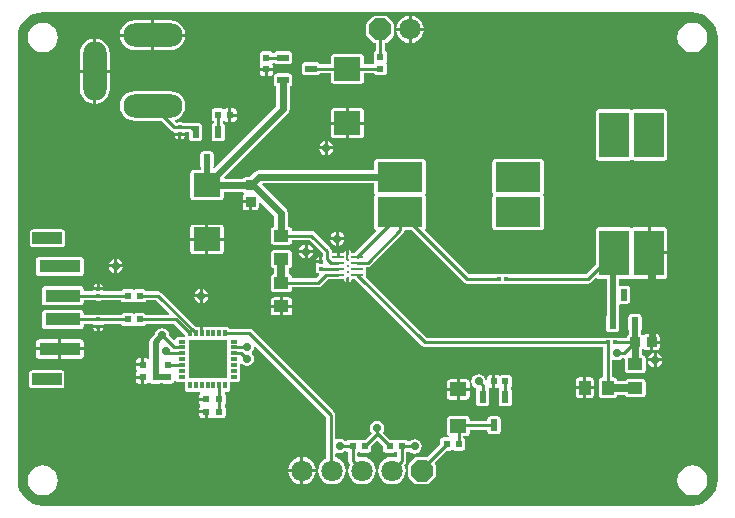
<source format=gtl>
G04 Layer_Physical_Order=1*
G04 Layer_Color=255*
%FSLAX43Y43*%
%MOMM*%
G71*
G01*
G75*
%ADD10R,0.600X0.600*%
%ADD11R,0.600X1.000*%
%ADD12R,1.400X1.200*%
%ADD13R,3.250X3.250*%
%ADD14R,0.600X0.300*%
%ADD15R,0.300X0.600*%
%ADD16R,0.600X0.600*%
%ADD17R,1.250X1.000*%
%ADD18R,1.000X1.250*%
%ADD19R,0.300X0.300*%
%ADD20R,2.500X3.850*%
%ADD21R,0.850X0.850*%
%ADD22R,3.850X2.500*%
%ADD23R,0.300X0.300*%
%ADD24R,0.120X2.200*%
%ADD25R,1.000X0.200*%
%ADD26R,1.000X0.600*%
%ADD27R,0.850X0.850*%
%ADD28R,2.300X2.000*%
%ADD29R,3.000X1.120*%
%ADD30R,3.500X1.120*%
%ADD31C,0.250*%
%ADD32C,0.500*%
%ADD33C,0.600*%
%ADD34C,0.700*%
%ADD35C,0.254*%
%ADD36C,1.800*%
%ADD37P,1.948X8X202.5*%
%ADD38R,2.500X1.000*%
%ADD39O,5.000X2.000*%
%ADD40O,2.000X5.000*%
%ADD41C,0.700*%
%ADD42C,0.500*%
G36*
X57500Y42132D02*
Y42132D01*
X57505Y42136D01*
X57917Y42095D01*
X58317Y41973D01*
X58687Y41776D01*
X59010Y41510D01*
X59276Y41187D01*
X59473Y40817D01*
X59595Y40417D01*
X59636Y40005D01*
X59632Y40000D01*
X59632D01*
X59639Y39962D01*
Y2538D01*
X59632Y2500D01*
X59632D01*
X59636Y2496D01*
X59595Y2083D01*
X59473Y1683D01*
X59276Y1313D01*
X59010Y990D01*
X58687Y724D01*
X58317Y527D01*
X57917Y405D01*
X57505Y364D01*
X57500Y368D01*
Y368D01*
X57462Y361D01*
X2500D01*
X2485Y358D01*
X2083Y397D01*
X1683Y519D01*
X1313Y716D01*
X990Y982D01*
X724Y1306D01*
X527Y1675D01*
X405Y2076D01*
X364Y2488D01*
X368Y2492D01*
X368D01*
X361Y2530D01*
Y39877D01*
X361Y40000D01*
X361Y40001D01*
X369Y40125D01*
X397Y40417D01*
X519Y40818D01*
X716Y41187D01*
X982Y41511D01*
X1306Y41777D01*
X1675Y41974D01*
X2076Y42096D01*
X2488Y42136D01*
X2492Y42132D01*
Y42132D01*
X2526Y42139D01*
X57462D01*
X57500Y42132D01*
D02*
G37*
%LPC*%
G36*
X22573Y17098D02*
X21816D01*
Y16725D01*
X21836Y16626D01*
X21892Y16542D01*
X21976Y16486D01*
X22075Y16466D01*
X22573D01*
Y17098D01*
D02*
G37*
G36*
X7609Y15398D02*
X7327D01*
Y15116D01*
X7350D01*
X7449Y15136D01*
X7533Y15192D01*
X7589Y15276D01*
X7609Y15375D01*
Y15398D01*
D02*
G37*
G36*
X7073D02*
X6791D01*
Y15375D01*
X6811Y15276D01*
X6867Y15192D01*
X6951Y15136D01*
X7050Y15116D01*
X7073D01*
Y15398D01*
D02*
G37*
G36*
X22573Y17984D02*
X22075D01*
X21976Y17964D01*
X21892Y17908D01*
X21836Y17824D01*
X21816Y17725D01*
Y17352D01*
X22573D01*
Y17984D01*
D02*
G37*
G36*
X5700Y18944D02*
X2700D01*
X2601Y18924D01*
X2517Y18868D01*
X2461Y18784D01*
X2441Y18685D01*
Y17565D01*
X2461Y17466D01*
X2517Y17382D01*
X2601Y17326D01*
X2700Y17306D01*
X5700D01*
X5799Y17326D01*
X5883Y17382D01*
X5939Y17466D01*
X5959Y17565D01*
Y17737D01*
X6950D01*
X6951Y17736D01*
X7050Y17716D01*
X7350D01*
X7449Y17736D01*
X7450Y17737D01*
X9159D01*
X9161Y17726D01*
X9217Y17642D01*
X9301Y17586D01*
X9400Y17566D01*
X10000D01*
X10099Y17586D01*
X10101Y17587D01*
X10200Y17634D01*
X10299Y17587D01*
X10301Y17586D01*
X10400Y17566D01*
X11000D01*
X11099Y17586D01*
X11183Y17642D01*
X11239Y17726D01*
X11242Y17739D01*
X12115D01*
X13225Y16629D01*
X13176Y16511D01*
X11242D01*
X11239Y16524D01*
X11183Y16608D01*
X11099Y16664D01*
X11000Y16684D01*
X10400D01*
X10301Y16664D01*
X10299Y16663D01*
X10200Y16616D01*
X10101Y16663D01*
X10099Y16664D01*
X10000Y16684D01*
X9400D01*
X9301Y16664D01*
X9217Y16608D01*
X9161Y16524D01*
X9159Y16513D01*
X7450D01*
X7449Y16514D01*
X7350Y16534D01*
X7050D01*
X6951Y16514D01*
X6950Y16513D01*
X5959D01*
Y16685D01*
X5939Y16784D01*
X5883Y16868D01*
X5799Y16924D01*
X5700Y16944D01*
X2700D01*
X2601Y16924D01*
X2517Y16868D01*
X2461Y16784D01*
X2441Y16685D01*
Y15565D01*
X2461Y15466D01*
X2517Y15382D01*
X2601Y15326D01*
X2700Y15306D01*
X5700D01*
X5799Y15326D01*
X5883Y15382D01*
X5939Y15466D01*
X5959Y15565D01*
Y15737D01*
X6741D01*
X6791Y15675D01*
Y15652D01*
X7609D01*
Y15675D01*
X7659Y15737D01*
X9159D01*
X9161Y15726D01*
X9217Y15642D01*
X9301Y15586D01*
X9400Y15566D01*
X10000D01*
X10099Y15586D01*
X10101Y15587D01*
X10200Y15634D01*
X10299Y15587D01*
X10301Y15586D01*
X10400Y15566D01*
X11000D01*
X11099Y15586D01*
X11183Y15642D01*
X11239Y15726D01*
X11242Y15739D01*
X13615D01*
X14541Y14812D01*
Y14659D01*
X13950D01*
X13851Y14639D01*
X13767Y14583D01*
X13711Y14499D01*
X13693Y14408D01*
X13645Y14377D01*
X13574Y14348D01*
X13204Y14717D01*
X13216Y14775D01*
X13169Y15011D01*
X13035Y15210D01*
X12836Y15344D01*
X12600Y15391D01*
X12364Y15344D01*
X12165Y15210D01*
X12031Y15011D01*
X12012Y14913D01*
X11687Y14588D01*
X11575Y14422D01*
X11536Y14225D01*
Y12855D01*
X11496Y12827D01*
X11409Y12799D01*
X11349Y12839D01*
X11250Y12859D01*
X11077D01*
Y12300D01*
X10950D01*
Y12173D01*
X10391D01*
Y12000D01*
X10411Y11901D01*
X10467Y11817D01*
Y11733D01*
X10411Y11649D01*
X10391Y11550D01*
Y11377D01*
X10950D01*
Y11250D01*
X11077D01*
Y10691D01*
X11250D01*
X11349Y10711D01*
X11433Y10767D01*
X11567D01*
X11651Y10711D01*
X11750Y10691D01*
X12350D01*
X12449Y10711D01*
X12487Y10736D01*
X12638D01*
X12676Y10711D01*
X12775Y10691D01*
X13375D01*
X13474Y10711D01*
X13558Y10767D01*
X13614Y10851D01*
X13624Y10902D01*
X13757Y10931D01*
X13767Y10917D01*
X13851Y10861D01*
X13950Y10841D01*
X14541D01*
Y10250D01*
X14561Y10151D01*
X14617Y10067D01*
X14701Y10011D01*
X14800Y9991D01*
X15100D01*
X15199Y10011D01*
X15200Y10011D01*
X15201Y10011D01*
X15300Y9991D01*
X15600D01*
X15699Y10011D01*
X15814Y9976D01*
X15845Y9860D01*
X15842Y9858D01*
X15786Y9774D01*
X15766Y9675D01*
Y9502D01*
X16325D01*
Y9248D01*
X15766D01*
Y9075D01*
X15786Y8976D01*
X15842Y8892D01*
Y8808D01*
X15786Y8724D01*
X15766Y8625D01*
Y8452D01*
X16325D01*
Y8325D01*
X16452D01*
Y7766D01*
X16625D01*
X16724Y7786D01*
X16808Y7842D01*
X16942D01*
X17026Y7786D01*
X17125Y7766D01*
X17725D01*
X17824Y7786D01*
X17908Y7842D01*
X17964Y7926D01*
X17984Y8025D01*
Y8625D01*
X17964Y8724D01*
X17908Y8808D01*
Y8892D01*
X17964Y8976D01*
X17984Y9075D01*
Y9675D01*
X17964Y9774D01*
X17908Y9858D01*
X17899Y9864D01*
X17938Y9991D01*
X18100D01*
X18199Y10011D01*
X18283Y10067D01*
X18339Y10151D01*
X18359Y10250D01*
Y10841D01*
X18950D01*
X19049Y10861D01*
X19133Y10917D01*
X19189Y11001D01*
X19209Y11100D01*
Y11400D01*
X19189Y11499D01*
X19189Y11500D01*
X19189Y11501D01*
X19209Y11600D01*
Y11900D01*
X19189Y11999D01*
X19189Y12000D01*
X19189Y12001D01*
X19209Y12100D01*
Y12331D01*
X19336Y12370D01*
X19340Y12365D01*
X19539Y12231D01*
X19775Y12184D01*
X20011Y12231D01*
X20210Y12365D01*
X20344Y12564D01*
X20391Y12800D01*
X20344Y13036D01*
X20210Y13235D01*
X20190Y13249D01*
Y13376D01*
X20210Y13390D01*
X20344Y13589D01*
X20391Y13825D01*
X20387Y13845D01*
X20499Y13905D01*
X26510Y7894D01*
Y4377D01*
X26403Y4333D01*
X26162Y4148D01*
X25977Y3907D01*
X25861Y3626D01*
X25821Y3325D01*
X25861Y3024D01*
X25977Y2743D01*
X26162Y2502D01*
X26403Y2317D01*
X26684Y2201D01*
X26985Y2161D01*
X27286Y2201D01*
X27567Y2317D01*
X27808Y2502D01*
X27993Y2743D01*
X28109Y3024D01*
X28149Y3325D01*
X28109Y3626D01*
X27993Y3907D01*
X27808Y4148D01*
X27567Y4333D01*
X27286Y4449D01*
X27282Y4450D01*
Y4767D01*
X27409Y4827D01*
X27625Y4784D01*
X27861Y4831D01*
X28060Y4965D01*
X28087Y5004D01*
X28211Y5002D01*
X28211Y5001D01*
X28267Y4917D01*
X28351Y4861D01*
X28364Y4858D01*
Y4100D01*
X28393Y3952D01*
X28477Y3827D01*
X28482Y3822D01*
X28401Y3626D01*
X28361Y3325D01*
X28401Y3024D01*
X28517Y2743D01*
X28702Y2502D01*
X28943Y2317D01*
X29224Y2201D01*
X29525Y2161D01*
X29826Y2201D01*
X30107Y2317D01*
X30348Y2502D01*
X30533Y2743D01*
X30649Y3024D01*
X30689Y3325D01*
X30649Y3626D01*
X30533Y3907D01*
X30348Y4148D01*
X30107Y4333D01*
X29826Y4449D01*
X29525Y4489D01*
X29263Y4455D01*
X29136Y4534D01*
Y4858D01*
X29149Y4861D01*
X29151Y4862D01*
X29250Y4909D01*
X29349Y4862D01*
X29351Y4861D01*
X29450Y4841D01*
X30050D01*
X30149Y4861D01*
X30233Y4917D01*
X30289Y5001D01*
X30309Y5100D01*
Y5412D01*
X30812Y5916D01*
X31316Y5412D01*
Y5100D01*
X31336Y5001D01*
X31392Y4917D01*
X31476Y4861D01*
X31575Y4841D01*
X32175D01*
X32274Y4861D01*
X32276Y4862D01*
X32375Y4909D01*
X32474Y4862D01*
X32476Y4861D01*
X32489Y4858D01*
Y4527D01*
X32388Y4449D01*
X32362Y4450D01*
X32065Y4489D01*
X31764Y4449D01*
X31483Y4333D01*
X31242Y4148D01*
X31057Y3907D01*
X30941Y3626D01*
X30901Y3325D01*
X30941Y3024D01*
X31057Y2743D01*
X31242Y2502D01*
X31483Y2317D01*
X31764Y2201D01*
X32065Y2161D01*
X32366Y2201D01*
X32647Y2317D01*
X32888Y2502D01*
X33073Y2743D01*
X33189Y3024D01*
X33229Y3325D01*
X33189Y3626D01*
X33108Y3822D01*
X33148Y3862D01*
X33232Y3987D01*
X33261Y4135D01*
X33261Y4135D01*
Y4858D01*
X33274Y4861D01*
X33358Y4917D01*
X33382Y4953D01*
X33523Y4960D01*
X33527Y4958D01*
X33540Y4940D01*
X33739Y4806D01*
X33975Y4759D01*
X34211Y4806D01*
X34410Y4940D01*
X34544Y5139D01*
X34591Y5375D01*
X34544Y5611D01*
X34410Y5810D01*
X34211Y5944D01*
X33975Y5991D01*
X33739Y5944D01*
X33540Y5810D01*
X33475Y5805D01*
X33408Y5808D01*
X33358Y5883D01*
X33274Y5939D01*
X33175Y5959D01*
X32575D01*
X32476Y5939D01*
X32474Y5938D01*
X32375Y5891D01*
X32276Y5938D01*
X32274Y5939D01*
X32175Y5959D01*
X31863D01*
X31274Y6547D01*
X31369Y6689D01*
X31416Y6925D01*
X31369Y7161D01*
X31235Y7360D01*
X31036Y7494D01*
X30800Y7541D01*
X30564Y7494D01*
X30365Y7360D01*
X30231Y7161D01*
X30184Y6925D01*
X30231Y6689D01*
X30336Y6532D01*
X29762Y5959D01*
X29450D01*
X29351Y5939D01*
X29349Y5938D01*
X29250Y5891D01*
X29151Y5938D01*
X29149Y5939D01*
X29050Y5959D01*
X28450D01*
X28351Y5939D01*
X28267Y5883D01*
X28211Y5799D01*
X28211Y5798D01*
X28087Y5796D01*
X28060Y5835D01*
X27861Y5969D01*
X27625Y6016D01*
X27409Y5973D01*
X27282Y6033D01*
Y8054D01*
X27282Y8054D01*
X27253Y8202D01*
X27169Y8327D01*
X20273Y15223D01*
X20148Y15307D01*
X20000Y15336D01*
X18342D01*
X18339Y15349D01*
X18283Y15433D01*
X18199Y15489D01*
X18100Y15509D01*
X17800D01*
X17701Y15489D01*
X17700Y15489D01*
X17699Y15489D01*
X17600Y15509D01*
X17300D01*
X17201Y15489D01*
X17200Y15489D01*
X17199Y15489D01*
X17100Y15509D01*
X16800D01*
X16701Y15489D01*
X16700Y15489D01*
X16699Y15489D01*
X16600Y15509D01*
X16300D01*
X16201Y15489D01*
X16200Y15489D01*
X16199Y15489D01*
X16100Y15509D01*
X16077D01*
Y15374D01*
X16061Y15349D01*
X16041Y15250D01*
Y14950D01*
X15859D01*
Y15250D01*
X15839Y15349D01*
X15823Y15374D01*
Y15509D01*
X15800D01*
X15701Y15489D01*
X15700Y15489D01*
X15699Y15489D01*
X15600Y15509D01*
X15438D01*
X12548Y18398D01*
X12423Y18482D01*
X12275Y18511D01*
X11242D01*
X11239Y18524D01*
X11183Y18608D01*
X11099Y18664D01*
X11000Y18684D01*
X10400D01*
X10301Y18664D01*
X10299Y18663D01*
X10200Y18616D01*
X10101Y18663D01*
X10099Y18664D01*
X10000Y18684D01*
X9400D01*
X9301Y18664D01*
X9217Y18608D01*
X9161Y18524D01*
X9159Y18513D01*
X7659D01*
X7609Y18575D01*
Y18598D01*
X7200D01*
X6791D01*
Y18575D01*
X6741Y18513D01*
X5959D01*
Y18685D01*
X5939Y18784D01*
X5883Y18868D01*
X5799Y18924D01*
X5700Y18944D01*
D02*
G37*
G36*
X23584Y17098D02*
X22827D01*
Y16466D01*
X23325D01*
X23424Y16486D01*
X23508Y16542D01*
X23564Y16626D01*
X23584Y16725D01*
Y17098D01*
D02*
G37*
G36*
X54734Y14073D02*
X54177D01*
Y13516D01*
X54475D01*
X54574Y13536D01*
X54658Y13592D01*
X54714Y13676D01*
X54734Y13775D01*
Y14073D01*
D02*
G37*
G36*
X54477Y13291D02*
Y12827D01*
X54941D01*
X54919Y12936D01*
X54785Y13135D01*
X54586Y13269D01*
X54477Y13291D01*
D02*
G37*
G36*
X54223D02*
X54114Y13269D01*
X53915Y13135D01*
X53781Y12936D01*
X53759Y12827D01*
X54223D01*
Y13291D01*
D02*
G37*
G36*
X54475Y14884D02*
X54177D01*
Y14327D01*
X54734D01*
Y14625D01*
X54714Y14724D01*
X54658Y14808D01*
X54574Y14864D01*
X54475Y14884D01*
D02*
G37*
G36*
X5700Y14444D02*
X4077D01*
Y13752D01*
X5959D01*
Y14185D01*
X5939Y14284D01*
X5883Y14368D01*
X5799Y14424D01*
X5700Y14444D01*
D02*
G37*
G36*
X3823D02*
X2200D01*
X2101Y14424D01*
X2017Y14368D01*
X1961Y14284D01*
X1941Y14185D01*
Y13752D01*
X3823D01*
Y14444D01*
D02*
G37*
G36*
X23325Y17984D02*
X22827D01*
Y17352D01*
X23584D01*
Y17725D01*
X23564Y17824D01*
X23508Y17908D01*
X23424Y17964D01*
X23325Y17984D01*
D02*
G37*
G36*
X8548Y20523D02*
X8084D01*
X8106Y20414D01*
X8240Y20215D01*
X8439Y20081D01*
X8548Y20059D01*
Y20523D01*
D02*
G37*
G36*
X5700Y21444D02*
X2200D01*
X2101Y21424D01*
X2017Y21368D01*
X1961Y21284D01*
X1941Y21185D01*
Y20065D01*
X1961Y19966D01*
X2017Y19882D01*
X2101Y19826D01*
X2200Y19806D01*
X5700D01*
X5799Y19826D01*
X5883Y19882D01*
X5939Y19966D01*
X5959Y20065D01*
Y21185D01*
X5939Y21284D01*
X5883Y21368D01*
X5799Y21424D01*
X5700Y21444D01*
D02*
G37*
G36*
X55359Y21623D02*
X53977D01*
Y19566D01*
X55100D01*
X55199Y19586D01*
X55283Y19642D01*
X55339Y19726D01*
X55359Y19825D01*
Y21623D01*
D02*
G37*
G36*
X8802Y21241D02*
Y20777D01*
X9266D01*
X9244Y20886D01*
X9110Y21085D01*
X8911Y21219D01*
X8802Y21241D01*
D02*
G37*
G36*
X8548D02*
X8439Y21219D01*
X8240Y21085D01*
X8106Y20886D01*
X8084Y20777D01*
X8548D01*
Y21241D01*
D02*
G37*
G36*
X9266Y20523D02*
X8802D01*
Y20059D01*
X8911Y20081D01*
X9110Y20215D01*
X9244Y20414D01*
X9266Y20523D01*
D02*
G37*
G36*
X15798Y18716D02*
X15689Y18694D01*
X15490Y18560D01*
X15356Y18361D01*
X15334Y18252D01*
X15798D01*
Y18716D01*
D02*
G37*
G36*
X16516Y17998D02*
X16052D01*
Y17534D01*
X16161Y17556D01*
X16360Y17690D01*
X16494Y17889D01*
X16516Y17998D01*
D02*
G37*
G36*
X15798D02*
X15334D01*
X15356Y17889D01*
X15490Y17690D01*
X15689Y17556D01*
X15798Y17534D01*
Y17998D01*
D02*
G37*
G36*
X7350Y19134D02*
X7327D01*
Y18852D01*
X7609D01*
Y18875D01*
X7589Y18974D01*
X7533Y19058D01*
X7449Y19114D01*
X7350Y19134D01*
D02*
G37*
G36*
X7073D02*
X7050D01*
X6951Y19114D01*
X6867Y19058D01*
X6811Y18974D01*
X6791Y18875D01*
Y18852D01*
X7073D01*
Y19134D01*
D02*
G37*
G36*
X16052Y18716D02*
Y18252D01*
X16516D01*
X16494Y18361D01*
X16360Y18560D01*
X16161Y18694D01*
X16052Y18716D01*
D02*
G37*
G36*
X37548Y10073D02*
X36716D01*
Y9600D01*
X36736Y9501D01*
X36792Y9417D01*
X36876Y9361D01*
X36975Y9341D01*
X37548D01*
Y10073D01*
D02*
G37*
G36*
X16198Y8198D02*
X15766D01*
Y8025D01*
X15786Y7926D01*
X15842Y7842D01*
X15926Y7786D01*
X16025Y7766D01*
X16198D01*
Y8198D01*
D02*
G37*
G36*
X38375Y7959D02*
X36975D01*
X36876Y7939D01*
X36792Y7883D01*
X36736Y7799D01*
X36716Y7700D01*
Y6500D01*
X36736Y6401D01*
X36792Y6317D01*
X36876Y6261D01*
X36862Y6134D01*
X36400D01*
X36301Y6114D01*
X36217Y6058D01*
X36161Y5974D01*
X36141Y5875D01*
Y5563D01*
X35061Y4483D01*
X35055Y4484D01*
X34155D01*
X34056Y4464D01*
X33972Y4408D01*
X33522Y3958D01*
X33466Y3874D01*
X33446Y3775D01*
Y2875D01*
X33466Y2776D01*
X33522Y2692D01*
X33972Y2242D01*
X34056Y2186D01*
X34155Y2166D01*
X35055D01*
X35154Y2186D01*
X35238Y2242D01*
X35688Y2692D01*
X35744Y2776D01*
X35764Y2875D01*
Y3775D01*
X35744Y3874D01*
X35688Y3958D01*
X35659Y3987D01*
X36688Y5016D01*
X37000D01*
X37099Y5036D01*
X37101Y5037D01*
X37200Y5084D01*
X37299Y5037D01*
X37301Y5036D01*
X37400Y5016D01*
X38000D01*
X38099Y5036D01*
X38183Y5092D01*
X38239Y5176D01*
X38259Y5275D01*
Y5875D01*
X38239Y5974D01*
X38183Y6058D01*
X38099Y6114D01*
X38113Y6241D01*
X38375D01*
X38474Y6261D01*
X38558Y6317D01*
X38614Y6401D01*
X38634Y6500D01*
Y6764D01*
X40141D01*
Y6650D01*
X40161Y6551D01*
X40217Y6467D01*
X40301Y6411D01*
X40400Y6391D01*
X41000D01*
X41099Y6411D01*
X41183Y6467D01*
X41239Y6551D01*
X41259Y6650D01*
Y7650D01*
X41239Y7749D01*
X41183Y7833D01*
X41099Y7889D01*
X41000Y7909D01*
X40400D01*
X40301Y7889D01*
X40217Y7833D01*
X40161Y7749D01*
X40141Y7650D01*
Y7536D01*
X38634D01*
Y7700D01*
X38614Y7799D01*
X38558Y7883D01*
X38474Y7939D01*
X38375Y7959D01*
D02*
G37*
G36*
X49134Y10198D02*
X48502D01*
Y9441D01*
X48875D01*
X48974Y9461D01*
X49058Y9517D01*
X49114Y9601D01*
X49134Y9700D01*
Y10198D01*
D02*
G37*
G36*
X48248D02*
X47616D01*
Y9700D01*
X47636Y9601D01*
X47692Y9517D01*
X47776Y9461D01*
X47875Y9441D01*
X48248D01*
Y10198D01*
D02*
G37*
G36*
X38634Y10073D02*
X37802D01*
Y9341D01*
X38375D01*
X38474Y9361D01*
X38558Y9417D01*
X38614Y9501D01*
X38634Y9600D01*
Y10073D01*
D02*
G37*
G36*
X24318Y4472D02*
X24144Y4449D01*
X23863Y4333D01*
X23622Y4148D01*
X23437Y3907D01*
X23321Y3626D01*
X23298Y3452D01*
X24318D01*
Y4472D01*
D02*
G37*
G36*
X25592Y3198D02*
X24572D01*
Y2178D01*
X24746Y2201D01*
X25027Y2317D01*
X25268Y2502D01*
X25453Y2743D01*
X25569Y3024D01*
X25592Y3198D01*
D02*
G37*
G36*
X24318D02*
X23298D01*
X23321Y3024D01*
X23437Y2743D01*
X23622Y2502D01*
X23863Y2317D01*
X24144Y2201D01*
X24318Y2178D01*
Y3198D01*
D02*
G37*
G36*
X57500Y3768D02*
X57483Y3764D01*
X57466Y3765D01*
X57205Y3731D01*
X57173Y3720D01*
X57140Y3714D01*
X56897Y3613D01*
X56868Y3594D01*
X56838Y3579D01*
X56629Y3419D01*
X56607Y3393D01*
X56581Y3371D01*
X56421Y3162D01*
X56406Y3132D01*
X56387Y3103D01*
X56286Y2860D01*
X56280Y2827D01*
X56269Y2795D01*
X56235Y2534D01*
X56237Y2500D01*
X56235Y2466D01*
X56269Y2205D01*
X56280Y2173D01*
X56286Y2140D01*
X56387Y1897D01*
X56406Y1868D01*
X56421Y1838D01*
X56581Y1629D01*
X56607Y1607D01*
X56629Y1581D01*
X56838Y1421D01*
X56868Y1406D01*
X56897Y1387D01*
X57140Y1286D01*
X57173Y1280D01*
X57205Y1269D01*
X57466Y1235D01*
X57483Y1236D01*
X57500Y1232D01*
X57517Y1236D01*
X57534Y1235D01*
X57795Y1269D01*
X57827Y1280D01*
X57860Y1286D01*
X58103Y1387D01*
X58132Y1406D01*
X58162Y1421D01*
X58371Y1581D01*
X58393Y1607D01*
X58419Y1629D01*
X58579Y1838D01*
X58594Y1868D01*
X58613Y1897D01*
X58714Y2140D01*
X58720Y2173D01*
X58731Y2205D01*
X58765Y2466D01*
X58763Y2500D01*
X58765Y2534D01*
X58731Y2795D01*
X58720Y2827D01*
X58714Y2860D01*
X58613Y3103D01*
X58594Y3132D01*
X58579Y3162D01*
X58419Y3371D01*
X58393Y3393D01*
X58371Y3419D01*
X58162Y3579D01*
X58132Y3594D01*
X58103Y3613D01*
X57860Y3714D01*
X57827Y3720D01*
X57795Y3731D01*
X57534Y3765D01*
X57517Y3764D01*
X57500Y3768D01*
D02*
G37*
G36*
X2500D02*
X2483Y3764D01*
X2466Y3765D01*
X2205Y3731D01*
X2173Y3720D01*
X2140Y3714D01*
X1897Y3613D01*
X1868Y3594D01*
X1838Y3579D01*
X1629Y3419D01*
X1607Y3393D01*
X1581Y3371D01*
X1421Y3162D01*
X1406Y3132D01*
X1387Y3103D01*
X1286Y2860D01*
X1280Y2827D01*
X1269Y2795D01*
X1235Y2534D01*
X1237Y2500D01*
X1235Y2466D01*
X1269Y2205D01*
X1280Y2173D01*
X1286Y2140D01*
X1387Y1897D01*
X1406Y1868D01*
X1421Y1838D01*
X1581Y1629D01*
X1607Y1607D01*
X1629Y1581D01*
X1838Y1421D01*
X1868Y1406D01*
X1897Y1387D01*
X2140Y1286D01*
X2173Y1280D01*
X2205Y1269D01*
X2466Y1235D01*
X2483Y1236D01*
X2500Y1232D01*
X2517Y1236D01*
X2534Y1235D01*
X2795Y1269D01*
X2827Y1280D01*
X2860Y1286D01*
X3103Y1387D01*
X3132Y1406D01*
X3162Y1421D01*
X3371Y1581D01*
X3393Y1607D01*
X3419Y1629D01*
X3579Y1838D01*
X3594Y1868D01*
X3613Y1897D01*
X3714Y2140D01*
X3720Y2173D01*
X3731Y2205D01*
X3765Y2466D01*
X3763Y2500D01*
X3765Y2534D01*
X3731Y2795D01*
X3720Y2827D01*
X3714Y2860D01*
X3613Y3103D01*
X3594Y3132D01*
X3579Y3162D01*
X3419Y3371D01*
X3393Y3393D01*
X3371Y3419D01*
X3162Y3579D01*
X3132Y3594D01*
X3103Y3613D01*
X2860Y3714D01*
X2827Y3720D01*
X2795Y3731D01*
X2534Y3765D01*
X2517Y3764D01*
X2500Y3768D01*
D02*
G37*
G36*
X24572Y4472D02*
Y3452D01*
X25592D01*
X25569Y3626D01*
X25453Y3907D01*
X25268Y4148D01*
X25027Y4333D01*
X24746Y4449D01*
X24572Y4472D01*
D02*
G37*
G36*
X4075Y11809D02*
X1575D01*
X1476Y11789D01*
X1392Y11733D01*
X1336Y11649D01*
X1316Y11550D01*
Y10550D01*
X1336Y10451D01*
X1392Y10367D01*
X1476Y10311D01*
X1575Y10291D01*
X4075D01*
X4174Y10311D01*
X4258Y10367D01*
X4314Y10451D01*
X4334Y10550D01*
Y11550D01*
X4314Y11649D01*
X4258Y11733D01*
X4174Y11789D01*
X4075Y11809D01*
D02*
G37*
G36*
X54941Y12573D02*
X54477D01*
Y12109D01*
X54586Y12131D01*
X54785Y12265D01*
X54919Y12464D01*
X54941Y12573D01*
D02*
G37*
G36*
X54223D02*
X53759D01*
X53781Y12464D01*
X53915Y12265D01*
X54114Y12131D01*
X54223Y12109D01*
Y12573D01*
D02*
G37*
G36*
X41975Y11434D02*
X41375D01*
X41276Y11414D01*
X41274Y11413D01*
X41175Y11366D01*
X41076Y11413D01*
X41074Y11414D01*
X40975Y11434D01*
X40802D01*
Y10875D01*
Y10316D01*
X40975D01*
X41062Y10333D01*
X41089Y10326D01*
X41167Y10233D01*
X41111Y10149D01*
X41091Y10050D01*
Y9050D01*
X41111Y8951D01*
X41167Y8867D01*
X41251Y8811D01*
X41350Y8791D01*
X41950D01*
X42049Y8811D01*
X42133Y8867D01*
X42189Y8951D01*
X42209Y9050D01*
Y10050D01*
X42189Y10149D01*
X42133Y10233D01*
X42141Y10381D01*
X42158Y10392D01*
X42214Y10476D01*
X42234Y10575D01*
Y11175D01*
X42214Y11274D01*
X42158Y11358D01*
X42074Y11414D01*
X41975Y11434D01*
D02*
G37*
G36*
X5959Y13498D02*
X4077D01*
Y12806D01*
X5700D01*
X5799Y12826D01*
X5883Y12882D01*
X5939Y12966D01*
X5959Y13065D01*
Y13498D01*
D02*
G37*
G36*
X3823D02*
X1941D01*
Y13065D01*
X1961Y12966D01*
X2017Y12882D01*
X2101Y12826D01*
X2200Y12806D01*
X3823D01*
Y13498D01*
D02*
G37*
G36*
X10823Y12859D02*
X10650D01*
X10551Y12839D01*
X10467Y12783D01*
X10411Y12699D01*
X10391Y12600D01*
Y12427D01*
X10823D01*
Y12859D01*
D02*
G37*
G36*
X38375Y11059D02*
X37802D01*
Y10327D01*
X38634D01*
Y10800D01*
X38614Y10899D01*
X38558Y10983D01*
X38474Y11039D01*
X38375Y11059D01*
D02*
G37*
G36*
X37548D02*
X36975D01*
X36876Y11039D01*
X36792Y10983D01*
X36736Y10899D01*
X36716Y10800D01*
Y10327D01*
X37548D01*
Y11059D01*
D02*
G37*
G36*
X39400Y11491D02*
X39164Y11444D01*
X38965Y11310D01*
X38831Y11111D01*
X38784Y10875D01*
X38831Y10639D01*
X38965Y10440D01*
X39164Y10306D01*
X39165Y10306D01*
X39221Y10165D01*
X39211Y10149D01*
X39191Y10050D01*
Y9050D01*
X39211Y8951D01*
X39267Y8867D01*
X39351Y8811D01*
X39450Y8791D01*
X40050D01*
X40149Y8811D01*
X40233Y8867D01*
X40289Y8951D01*
X40309Y9050D01*
Y10050D01*
X40289Y10149D01*
X40245Y10215D01*
X40278Y10289D01*
X40310Y10329D01*
X40375Y10316D01*
X40548D01*
Y10875D01*
Y11434D01*
X40375D01*
X40276Y11414D01*
X40192Y11358D01*
X40136Y11274D01*
X40116Y11175D01*
Y11022D01*
X39989Y11010D01*
X39969Y11111D01*
X39835Y11310D01*
X39636Y11444D01*
X39400Y11491D01*
D02*
G37*
G36*
X10823Y11123D02*
X10391D01*
Y10950D01*
X10411Y10851D01*
X10467Y10767D01*
X10551Y10711D01*
X10650Y10691D01*
X10823D01*
Y11123D01*
D02*
G37*
G36*
X48875Y11209D02*
X48502D01*
Y10452D01*
X49134D01*
Y10950D01*
X49114Y11049D01*
X49058Y11133D01*
X48974Y11189D01*
X48875Y11209D01*
D02*
G37*
G36*
X48248D02*
X47875D01*
X47776Y11189D01*
X47692Y11133D01*
X47636Y11049D01*
X47616Y10950D01*
Y10452D01*
X48248D01*
Y11209D01*
D02*
G37*
G36*
X25898Y21434D02*
X25875D01*
X25776Y21414D01*
X25692Y21358D01*
X25636Y21274D01*
X25616Y21175D01*
Y21152D01*
X25898D01*
Y21434D01*
D02*
G37*
G36*
X8165Y37023D02*
X7027D01*
Y34402D01*
X7227Y34428D01*
X7532Y34555D01*
X7794Y34756D01*
X7995Y35018D01*
X8122Y35323D01*
X8165Y35650D01*
Y37023D01*
D02*
G37*
G36*
X6773D02*
X5635D01*
Y35650D01*
X5678Y35323D01*
X5805Y35018D01*
X6006Y34756D01*
X6268Y34555D01*
X6573Y34428D01*
X6773Y34402D01*
Y37023D01*
D02*
G37*
G36*
X18223Y33984D02*
X18050D01*
X17951Y33964D01*
X17949Y33963D01*
X17850Y33916D01*
X17751Y33963D01*
X17749Y33964D01*
X17650Y33984D01*
X17050D01*
X16951Y33964D01*
X16867Y33908D01*
X16811Y33824D01*
X16791Y33725D01*
Y33125D01*
X16811Y33026D01*
X16867Y32942D01*
X16951Y32886D01*
X16962Y32884D01*
Y32741D01*
X16951Y32739D01*
X16867Y32683D01*
X16811Y32599D01*
X16791Y32500D01*
Y31500D01*
X16811Y31401D01*
X16867Y31317D01*
X16951Y31261D01*
X17050Y31241D01*
X17650D01*
X17749Y31261D01*
X17833Y31317D01*
X17889Y31401D01*
X17909Y31500D01*
Y32500D01*
X17889Y32599D01*
X17833Y32683D01*
X17749Y32739D01*
X17738Y32741D01*
Y32884D01*
X17749Y32886D01*
X17751Y32887D01*
X17850Y32934D01*
X17949Y32887D01*
X17951Y32886D01*
X18050Y32866D01*
X18223D01*
Y33425D01*
Y33984D01*
D02*
G37*
G36*
X6773Y39898D02*
X6573Y39872D01*
X6268Y39745D01*
X6006Y39544D01*
X5805Y39282D01*
X5678Y38977D01*
X5635Y38650D01*
Y37277D01*
X6773D01*
Y39898D01*
D02*
G37*
G36*
X21984Y37173D02*
X21552D01*
Y36741D01*
X21725D01*
X21824Y36761D01*
X21908Y36817D01*
X21964Y36901D01*
X21984Y37000D01*
Y37173D01*
D02*
G37*
G36*
X21298D02*
X20866D01*
Y37000D01*
X20886Y36901D01*
X20942Y36817D01*
X21026Y36761D01*
X21125Y36741D01*
X21298D01*
Y37173D01*
D02*
G37*
G36*
X28173Y34009D02*
X27150D01*
X27051Y33989D01*
X26967Y33933D01*
X26911Y33849D01*
X26891Y33750D01*
Y32877D01*
X28173D01*
Y34009D01*
D02*
G37*
G36*
X18909Y33298D02*
X18477D01*
Y32866D01*
X18650D01*
X18749Y32886D01*
X18833Y32942D01*
X18889Y33026D01*
X18909Y33125D01*
Y33298D01*
D02*
G37*
G36*
X29709Y32623D02*
X28427D01*
Y31491D01*
X29450D01*
X29549Y31511D01*
X29633Y31567D01*
X29689Y31651D01*
X29709Y31750D01*
Y32623D01*
D02*
G37*
G36*
X55100Y33934D02*
X52600D01*
X52501Y33914D01*
X52417Y33858D01*
X52283D01*
X52199Y33914D01*
X52100Y33934D01*
X49600D01*
X49501Y33914D01*
X49417Y33858D01*
X49361Y33774D01*
X49341Y33675D01*
Y29825D01*
X49361Y29726D01*
X49417Y29642D01*
X49501Y29586D01*
X49600Y29566D01*
X52100D01*
X52199Y29586D01*
X52283Y29642D01*
X52417D01*
X52501Y29586D01*
X52600Y29566D01*
X55100D01*
X55199Y29586D01*
X55283Y29642D01*
X55339Y29726D01*
X55359Y29825D01*
Y33675D01*
X55339Y33774D01*
X55283Y33858D01*
X55199Y33914D01*
X55100Y33934D01*
D02*
G37*
G36*
X18650Y33984D02*
X18477D01*
Y33552D01*
X18909D01*
Y33725D01*
X18889Y33824D01*
X18833Y33908D01*
X18749Y33964D01*
X18650Y33984D01*
D02*
G37*
G36*
X29450Y34009D02*
X28427D01*
Y32877D01*
X29709D01*
Y33750D01*
X29689Y33849D01*
X29633Y33933D01*
X29549Y33989D01*
X29450Y34009D01*
D02*
G37*
G36*
X7027Y39898D02*
Y37277D01*
X8165D01*
Y38650D01*
X8122Y38977D01*
X7995Y39282D01*
X7794Y39544D01*
X7532Y39745D01*
X7227Y39872D01*
X7027Y39898D01*
D02*
G37*
G36*
X33468Y41822D02*
X33294Y41799D01*
X33013Y41683D01*
X32772Y41498D01*
X32587Y41257D01*
X32471Y40976D01*
X32448Y40802D01*
X33468D01*
Y41822D01*
D02*
G37*
G36*
X13300Y41465D02*
X11927D01*
Y40327D01*
X14548D01*
X14522Y40527D01*
X14395Y40832D01*
X14194Y41094D01*
X13932Y41295D01*
X13627Y41422D01*
X13300Y41465D01*
D02*
G37*
G36*
X11673D02*
X10300D01*
X9973Y41422D01*
X9668Y41295D01*
X9406Y41094D01*
X9205Y40832D01*
X9078Y40527D01*
X9052Y40327D01*
X11673D01*
Y41465D01*
D02*
G37*
G36*
X57500Y41268D02*
X57483Y41264D01*
X57466Y41265D01*
X57205Y41231D01*
X57173Y41220D01*
X57140Y41214D01*
X56897Y41113D01*
X56868Y41094D01*
X56838Y41079D01*
X56629Y40919D01*
X56607Y40893D01*
X56581Y40871D01*
X56421Y40662D01*
X56406Y40632D01*
X56387Y40603D01*
X56286Y40360D01*
X56280Y40327D01*
X56269Y40295D01*
X56235Y40034D01*
X56237Y40000D01*
X56235Y39966D01*
X56269Y39705D01*
X56280Y39673D01*
X56286Y39640D01*
X56387Y39397D01*
X56406Y39368D01*
X56421Y39338D01*
X56581Y39129D01*
X56607Y39107D01*
X56629Y39081D01*
X56838Y38921D01*
X56868Y38906D01*
X56897Y38887D01*
X57140Y38786D01*
X57173Y38780D01*
X57205Y38769D01*
X57466Y38735D01*
X57483Y38736D01*
X57500Y38732D01*
X57517Y38736D01*
X57534Y38735D01*
X57795Y38769D01*
X57827Y38780D01*
X57860Y38786D01*
X58103Y38887D01*
X58132Y38906D01*
X58162Y38921D01*
X58371Y39081D01*
X58393Y39107D01*
X58419Y39129D01*
X58579Y39338D01*
X58594Y39368D01*
X58613Y39397D01*
X58714Y39640D01*
X58720Y39673D01*
X58731Y39705D01*
X58765Y39966D01*
X58763Y40000D01*
X58765Y40034D01*
X58731Y40295D01*
X58720Y40327D01*
X58714Y40360D01*
X58613Y40603D01*
X58594Y40632D01*
X58579Y40662D01*
X58419Y40871D01*
X58393Y40893D01*
X58371Y40919D01*
X58162Y41079D01*
X58132Y41094D01*
X58103Y41113D01*
X57860Y41214D01*
X57827Y41220D01*
X57795Y41231D01*
X57534Y41265D01*
X57517Y41264D01*
X57500Y41268D01*
D02*
G37*
G36*
X2500D02*
X2483Y41264D01*
X2466Y41265D01*
X2205Y41231D01*
X2173Y41220D01*
X2140Y41214D01*
X1897Y41113D01*
X1868Y41094D01*
X1838Y41079D01*
X1629Y40919D01*
X1607Y40893D01*
X1581Y40871D01*
X1421Y40662D01*
X1406Y40632D01*
X1387Y40603D01*
X1286Y40360D01*
X1280Y40327D01*
X1269Y40295D01*
X1235Y40034D01*
X1237Y40000D01*
X1235Y39966D01*
X1269Y39705D01*
X1280Y39673D01*
X1286Y39640D01*
X1387Y39397D01*
X1406Y39368D01*
X1421Y39338D01*
X1581Y39129D01*
X1607Y39107D01*
X1629Y39081D01*
X1838Y38921D01*
X1868Y38906D01*
X1897Y38887D01*
X2140Y38786D01*
X2173Y38780D01*
X2205Y38769D01*
X2466Y38735D01*
X2483Y38736D01*
X2500Y38732D01*
X2517Y38736D01*
X2534Y38735D01*
X2795Y38769D01*
X2827Y38780D01*
X2860Y38786D01*
X3103Y38887D01*
X3132Y38906D01*
X3162Y38921D01*
X3371Y39081D01*
X3393Y39107D01*
X3419Y39129D01*
X3579Y39338D01*
X3594Y39368D01*
X3613Y39397D01*
X3714Y39640D01*
X3720Y39673D01*
X3731Y39705D01*
X3765Y39966D01*
X3763Y40000D01*
X3765Y40034D01*
X3731Y40295D01*
X3720Y40327D01*
X3714Y40360D01*
X3613Y40603D01*
X3594Y40632D01*
X3579Y40662D01*
X3419Y40871D01*
X3393Y40893D01*
X3371Y40919D01*
X3162Y41079D01*
X3132Y41094D01*
X3103Y41113D01*
X2860Y41214D01*
X2827Y41220D01*
X2795Y41231D01*
X2534Y41265D01*
X2517Y41264D01*
X2500Y41268D01*
D02*
G37*
G36*
X33722Y41822D02*
Y40802D01*
X34742D01*
X34719Y40976D01*
X34603Y41257D01*
X34418Y41498D01*
X34177Y41683D01*
X33896Y41799D01*
X33722Y41822D01*
D02*
G37*
G36*
X11673Y40073D02*
X9052D01*
X9078Y39873D01*
X9205Y39568D01*
X9406Y39306D01*
X9668Y39105D01*
X9973Y38978D01*
X10300Y38935D01*
X11673D01*
Y40073D01*
D02*
G37*
G36*
X23325Y38859D02*
X22325D01*
X22226Y38839D01*
X22142Y38783D01*
X22089Y38704D01*
X22025Y38699D01*
X21961Y38704D01*
X21908Y38783D01*
X21824Y38839D01*
X21725Y38859D01*
X21125D01*
X21026Y38839D01*
X20942Y38783D01*
X20886Y38699D01*
X20866Y38600D01*
Y38000D01*
X20886Y37901D01*
X20887Y37899D01*
X20934Y37800D01*
X20887Y37701D01*
X20886Y37699D01*
X20866Y37600D01*
Y37427D01*
X21425D01*
X21984D01*
Y37600D01*
X21964Y37699D01*
X21963Y37701D01*
X21923Y37785D01*
X21973Y37878D01*
X22099Y37880D01*
X22142Y37817D01*
X22226Y37761D01*
X22325Y37741D01*
X23325D01*
X23424Y37761D01*
X23508Y37817D01*
X23564Y37901D01*
X23584Y38000D01*
Y38600D01*
X23564Y38699D01*
X23508Y38783D01*
X23424Y38839D01*
X23325Y38859D01*
D02*
G37*
G36*
X31505Y41834D02*
X30605D01*
X30506Y41814D01*
X30422Y41758D01*
X29972Y41308D01*
X29916Y41224D01*
X29896Y41125D01*
Y40225D01*
X29916Y40126D01*
X29972Y40042D01*
X30422Y39592D01*
X30506Y39536D01*
X30605Y39516D01*
X30687D01*
Y38891D01*
X30676Y38889D01*
X30592Y38833D01*
X30536Y38749D01*
X30516Y38650D01*
Y38050D01*
X30536Y37951D01*
X30537Y37949D01*
X30584Y37850D01*
X30537Y37751D01*
X30536Y37749D01*
X30534Y37738D01*
X29709D01*
Y38350D01*
X29689Y38449D01*
X29633Y38533D01*
X29549Y38589D01*
X29450Y38609D01*
X27150D01*
X27051Y38589D01*
X26967Y38533D01*
X26911Y38449D01*
X26891Y38350D01*
Y37738D01*
X25966D01*
X25964Y37749D01*
X25908Y37833D01*
X25824Y37889D01*
X25725Y37909D01*
X24725D01*
X24626Y37889D01*
X24542Y37833D01*
X24486Y37749D01*
X24466Y37650D01*
Y37050D01*
X24486Y36951D01*
X24542Y36867D01*
X24626Y36811D01*
X24725Y36791D01*
X25725D01*
X25824Y36811D01*
X25908Y36867D01*
X25964Y36951D01*
X25966Y36962D01*
X26891D01*
Y36350D01*
X26911Y36251D01*
X26967Y36167D01*
X27051Y36111D01*
X27150Y36091D01*
X29450D01*
X29549Y36111D01*
X29633Y36167D01*
X29689Y36251D01*
X29709Y36350D01*
Y36962D01*
X30534D01*
X30536Y36951D01*
X30592Y36867D01*
X30676Y36811D01*
X30775Y36791D01*
X31375D01*
X31474Y36811D01*
X31558Y36867D01*
X31614Y36951D01*
X31634Y37050D01*
Y37650D01*
X31614Y37749D01*
X31613Y37751D01*
X31566Y37850D01*
X31613Y37949D01*
X31614Y37951D01*
X31634Y38050D01*
Y38650D01*
X31614Y38749D01*
X31558Y38833D01*
X31474Y38889D01*
X31463Y38891D01*
Y39516D01*
X31505D01*
X31604Y39536D01*
X31688Y39592D01*
X32138Y40042D01*
X32194Y40126D01*
X32214Y40225D01*
Y41125D01*
X32194Y41224D01*
X32138Y41308D01*
X31688Y41758D01*
X31604Y41814D01*
X31505Y41834D01*
D02*
G37*
G36*
X34742Y40548D02*
X33722D01*
Y39528D01*
X33896Y39551D01*
X34177Y39667D01*
X34418Y39852D01*
X34603Y40093D01*
X34719Y40374D01*
X34742Y40548D01*
D02*
G37*
G36*
X33468D02*
X32448D01*
X32471Y40374D01*
X32587Y40093D01*
X32772Y39852D01*
X33013Y39667D01*
X33294Y39551D01*
X33468Y39528D01*
Y40548D01*
D02*
G37*
G36*
X14548Y40073D02*
X11927D01*
Y38935D01*
X13300D01*
X13627Y38978D01*
X13932Y39105D01*
X14194Y39306D01*
X14395Y39568D01*
X14522Y39873D01*
X14548Y40073D01*
D02*
G37*
G36*
X27323Y22848D02*
X26859D01*
X26881Y22739D01*
X27015Y22540D01*
X27214Y22406D01*
X27323Y22384D01*
Y22848D01*
D02*
G37*
G36*
X4150Y23759D02*
X1650D01*
X1551Y23739D01*
X1467Y23683D01*
X1411Y23599D01*
X1391Y23500D01*
Y22500D01*
X1411Y22401D01*
X1467Y22317D01*
X1551Y22261D01*
X1650Y22241D01*
X4150D01*
X4249Y22261D01*
X4333Y22317D01*
X4389Y22401D01*
X4409Y22500D01*
Y23500D01*
X4389Y23599D01*
X4333Y23683D01*
X4249Y23739D01*
X4150Y23759D01*
D02*
G37*
G36*
X24927Y22466D02*
Y22002D01*
X25391D01*
X25369Y22111D01*
X25235Y22310D01*
X25036Y22444D01*
X24927Y22466D01*
D02*
G37*
G36*
X17550Y24159D02*
X16527D01*
Y23027D01*
X17809D01*
Y23900D01*
X17789Y23999D01*
X17733Y24083D01*
X17649Y24139D01*
X17550Y24159D01*
D02*
G37*
G36*
X16273D02*
X15250D01*
X15151Y24139D01*
X15067Y24083D01*
X15011Y23999D01*
X14991Y23900D01*
Y23027D01*
X16273D01*
Y24159D01*
D02*
G37*
G36*
X28041Y22848D02*
X27577D01*
Y22384D01*
X27686Y22406D01*
X27885Y22540D01*
X28019Y22739D01*
X28041Y22848D01*
D02*
G37*
G36*
X16273Y22773D02*
X14991D01*
Y21900D01*
X15011Y21801D01*
X15067Y21717D01*
X15151Y21661D01*
X15250Y21641D01*
X16273D01*
Y22773D01*
D02*
G37*
G36*
X25391Y21748D02*
X24927D01*
Y21284D01*
X25036Y21306D01*
X25235Y21440D01*
X25369Y21639D01*
X25391Y21748D01*
D02*
G37*
G36*
X24673D02*
X24209D01*
X24231Y21639D01*
X24365Y21440D01*
X24564Y21306D01*
X24673Y21284D01*
Y21748D01*
D02*
G37*
G36*
Y22466D02*
X24564Y22444D01*
X24365Y22310D01*
X24231Y22111D01*
X24209Y22002D01*
X24673D01*
Y22466D01*
D02*
G37*
G36*
X55100Y23934D02*
X53977D01*
Y21877D01*
X55359D01*
Y23675D01*
X55339Y23774D01*
X55283Y23858D01*
X55199Y23914D01*
X55100Y23934D01*
D02*
G37*
G36*
X17809Y22773D02*
X16527D01*
Y21641D01*
X17550D01*
X17649Y21661D01*
X17733Y21717D01*
X17789Y21801D01*
X17809Y21900D01*
Y22773D01*
D02*
G37*
G36*
X27323Y23566D02*
X27214Y23544D01*
X27015Y23410D01*
X26881Y23211D01*
X26859Y23102D01*
X27323D01*
Y23566D01*
D02*
G37*
G36*
X13300Y35465D02*
X10300D01*
X9973Y35422D01*
X9668Y35295D01*
X9406Y35094D01*
X9205Y34832D01*
X9078Y34527D01*
X9035Y34200D01*
X9078Y33873D01*
X9205Y33568D01*
X9406Y33306D01*
X9668Y33105D01*
X9973Y32978D01*
X10300Y32935D01*
X12515D01*
X13325Y32125D01*
X13451Y32041D01*
X13600Y32012D01*
X13641D01*
X13691Y31950D01*
Y31927D01*
X14100D01*
X14509D01*
Y31950D01*
X14559Y32012D01*
X14889D01*
X14891Y32010D01*
Y31500D01*
X14911Y31401D01*
X14967Y31317D01*
X15051Y31261D01*
X15150Y31241D01*
X15750D01*
X15849Y31261D01*
X15933Y31317D01*
X15989Y31401D01*
X16009Y31500D01*
Y32500D01*
X15989Y32599D01*
X15933Y32683D01*
X15849Y32739D01*
X15750Y32759D01*
X15198D01*
X15050Y32788D01*
X14350D01*
X14349Y32789D01*
X14250Y32809D01*
X13950D01*
X13851Y32789D01*
X13850Y32788D01*
X13775D01*
X13689Y32886D01*
X13715Y33014D01*
X13932Y33105D01*
X14194Y33306D01*
X14395Y33568D01*
X14522Y33873D01*
X14565Y34200D01*
X14522Y34527D01*
X14395Y34832D01*
X14194Y35094D01*
X13932Y35295D01*
X13627Y35422D01*
X13300Y35465D01*
D02*
G37*
G36*
X26627Y31241D02*
Y30777D01*
X27091D01*
X27069Y30886D01*
X26935Y31085D01*
X26736Y31219D01*
X26627Y31241D01*
D02*
G37*
G36*
X26373D02*
X26264Y31219D01*
X26065Y31085D01*
X25931Y30886D01*
X25909Y30777D01*
X26373D01*
Y31241D01*
D02*
G37*
G36*
X28173Y32623D02*
X26891D01*
Y31750D01*
X26911Y31651D01*
X26967Y31567D01*
X27051Y31511D01*
X27150Y31491D01*
X28173D01*
Y32623D01*
D02*
G37*
G36*
X14509Y31673D02*
X14227D01*
Y31391D01*
X14250D01*
X14349Y31411D01*
X14433Y31467D01*
X14489Y31551D01*
X14509Y31650D01*
Y31673D01*
D02*
G37*
G36*
X13973D02*
X13691D01*
Y31650D01*
X13711Y31551D01*
X13767Y31467D01*
X13851Y31411D01*
X13950Y31391D01*
X13973D01*
Y31673D01*
D02*
G37*
G36*
X19973Y25948D02*
X19416D01*
Y25650D01*
X19436Y25551D01*
X19492Y25467D01*
X19576Y25411D01*
X19675Y25391D01*
X19973D01*
Y25948D01*
D02*
G37*
G36*
X44675Y29709D02*
X40825D01*
X40726Y29689D01*
X40642Y29633D01*
X40586Y29549D01*
X40566Y29450D01*
Y26950D01*
X40586Y26851D01*
X40642Y26767D01*
Y26633D01*
X40586Y26549D01*
X40566Y26450D01*
Y23950D01*
X40586Y23851D01*
X40642Y23767D01*
X40726Y23711D01*
X40825Y23691D01*
X44675D01*
X44774Y23711D01*
X44858Y23767D01*
X44914Y23851D01*
X44934Y23950D01*
Y26450D01*
X44914Y26549D01*
X44858Y26633D01*
Y26767D01*
X44914Y26851D01*
X44934Y26950D01*
Y29450D01*
X44914Y29549D01*
X44858Y29633D01*
X44774Y29689D01*
X44675Y29709D01*
D02*
G37*
G36*
X27577Y23566D02*
Y23102D01*
X28041D01*
X28019Y23211D01*
X27885Y23410D01*
X27686Y23544D01*
X27577Y23566D01*
D02*
G37*
G36*
X27091Y30523D02*
X26627D01*
Y30059D01*
X26736Y30081D01*
X26935Y30215D01*
X27069Y30414D01*
X27091Y30523D01*
D02*
G37*
G36*
X26373D02*
X25909D01*
X25931Y30414D01*
X26065Y30215D01*
X26264Y30081D01*
X26373Y30059D01*
Y30523D01*
D02*
G37*
G36*
X22825Y36965D02*
X22795Y36959D01*
X22325D01*
X22226Y36939D01*
X22142Y36883D01*
X22086Y36799D01*
X22066Y36700D01*
Y36100D01*
X22086Y36001D01*
X22142Y35917D01*
X22226Y35861D01*
X22260Y35854D01*
Y34159D01*
X17048Y28947D01*
X16997Y28972D01*
X16943Y29022D01*
X16959Y29100D01*
Y30100D01*
X16939Y30199D01*
X16883Y30283D01*
X16799Y30339D01*
X16700Y30359D01*
X16100D01*
X16001Y30339D01*
X15917Y30283D01*
X15861Y30199D01*
X15841Y30100D01*
Y29100D01*
X15861Y29001D01*
X15886Y28963D01*
Y28759D01*
X15250D01*
X15151Y28739D01*
X15067Y28683D01*
X15011Y28599D01*
X14991Y28500D01*
Y26500D01*
X15011Y26401D01*
X15067Y26317D01*
X15151Y26261D01*
X15250Y26241D01*
X17550D01*
X17649Y26261D01*
X17733Y26317D01*
X17789Y26401D01*
X17809Y26500D01*
Y26910D01*
X19463D01*
X19492Y26867D01*
X19520Y26848D01*
Y26702D01*
X19492Y26683D01*
X19436Y26599D01*
X19416Y26500D01*
Y26202D01*
X20100D01*
Y26075D01*
X20227D01*
Y25391D01*
X20525D01*
X20624Y25411D01*
X20708Y25467D01*
X20764Y25551D01*
X20784Y25650D01*
Y26060D01*
X20901Y26108D01*
X22110Y24899D01*
Y23984D01*
X22075D01*
X21976Y23964D01*
X21892Y23908D01*
X21836Y23824D01*
X21816Y23725D01*
Y22725D01*
X21836Y22626D01*
X21892Y22542D01*
X21976Y22486D01*
X22075Y22466D01*
X23325D01*
X23424Y22486D01*
X23508Y22542D01*
X23564Y22626D01*
X23584Y22725D01*
Y22839D01*
X25090D01*
X26189Y21740D01*
Y21445D01*
X26175Y21434D01*
X26152D01*
Y21025D01*
X26025D01*
Y20898D01*
X25616D01*
Y20875D01*
X25636Y20776D01*
X25670Y20725D01*
X25636Y20674D01*
X25616Y20575D01*
Y20275D01*
X25636Y20176D01*
X25692Y20092D01*
X25776Y20036D01*
X25867Y20018D01*
X25898Y19970D01*
X25927Y19899D01*
X25640Y19611D01*
X23584D01*
Y19725D01*
X23564Y19824D01*
X23508Y19908D01*
X23424Y19964D01*
X23325Y19984D01*
X23316D01*
Y20466D01*
X23325D01*
X23424Y20486D01*
X23508Y20542D01*
X23564Y20626D01*
X23584Y20725D01*
Y21725D01*
X23564Y21824D01*
X23508Y21908D01*
X23424Y21964D01*
X23325Y21984D01*
X22075D01*
X21976Y21964D01*
X21892Y21908D01*
X21836Y21824D01*
X21816Y21725D01*
Y20725D01*
X21836Y20626D01*
X21892Y20542D01*
X21976Y20486D01*
X22075Y20466D01*
X22084D01*
Y19984D01*
X22075D01*
X21976Y19964D01*
X21892Y19908D01*
X21836Y19824D01*
X21816Y19725D01*
Y18725D01*
X21836Y18626D01*
X21892Y18542D01*
X21976Y18486D01*
X22075Y18466D01*
X23325D01*
X23424Y18486D01*
X23508Y18542D01*
X23564Y18626D01*
X23584Y18725D01*
Y18839D01*
X25800D01*
X25948Y18868D01*
X26073Y18952D01*
X26660Y19539D01*
X27515D01*
X27653Y19566D01*
X28008D01*
X28026Y19476D01*
X28082Y19392D01*
X28166Y19336D01*
X28198Y19329D01*
Y19642D01*
X28198Y19642D01*
X28254Y19726D01*
X28274Y19825D01*
Y20025D01*
X28254Y20124D01*
X28220Y20175D01*
X28254Y20226D01*
X28274Y20325D01*
Y20525D01*
X28254Y20624D01*
X28220Y20675D01*
X28254Y20726D01*
X28274Y20825D01*
Y21025D01*
X28254Y21124D01*
X28198Y21208D01*
X28198Y21208D01*
Y22021D01*
X28166Y22014D01*
X28082Y21958D01*
X28026Y21874D01*
X28008Y21784D01*
X27642D01*
Y21425D01*
X27388D01*
Y21784D01*
X27015D01*
X26961Y21828D01*
Y21900D01*
X26961Y21900D01*
X26932Y22048D01*
X26848Y22173D01*
X25523Y23498D01*
X25398Y23582D01*
X25250Y23611D01*
X23584D01*
Y23725D01*
X23564Y23824D01*
X23508Y23908D01*
X23424Y23964D01*
X23325Y23984D01*
X23240D01*
Y25133D01*
X23240Y25133D01*
X23197Y25350D01*
X23074Y25533D01*
X23074Y25533D01*
X21099Y27508D01*
X21152Y27635D01*
X30566D01*
Y26950D01*
X30586Y26851D01*
X30642Y26767D01*
Y26633D01*
X30586Y26549D01*
X30566Y26450D01*
Y23950D01*
X30586Y23851D01*
X30642Y23767D01*
X30707Y23723D01*
X30735Y23634D01*
X30742Y23578D01*
X28947Y21784D01*
X28642D01*
X28624Y21874D01*
X28568Y21958D01*
X28484Y22014D01*
X28452Y22021D01*
Y21708D01*
X28452Y21708D01*
X28396Y21624D01*
X28376Y21525D01*
Y21325D01*
X28396Y21226D01*
X28430Y21175D01*
X28396Y21124D01*
X28376Y21025D01*
Y20825D01*
X28396Y20726D01*
X28430Y20675D01*
X28396Y20624D01*
X28376Y20525D01*
Y20325D01*
X28396Y20226D01*
X28430Y20175D01*
X28396Y20124D01*
X28376Y20025D01*
Y19825D01*
X28396Y19726D01*
X28452Y19642D01*
X28452Y19642D01*
Y19329D01*
X28484Y19336D01*
X28568Y19392D01*
X28624Y19476D01*
X28642Y19566D01*
X28947D01*
X34612Y13902D01*
X34612Y13902D01*
X34737Y13818D01*
X34885Y13789D01*
X34885Y13789D01*
X49964D01*
Y11209D01*
X49875D01*
X49776Y11189D01*
X49692Y11133D01*
X49636Y11049D01*
X49616Y10950D01*
Y9700D01*
X49636Y9601D01*
X49692Y9517D01*
X49776Y9461D01*
X49875Y9441D01*
X50875D01*
X50974Y9461D01*
X51058Y9517D01*
X51114Y9601D01*
X51134Y9700D01*
Y9709D01*
X51797D01*
X51842Y9642D01*
X51926Y9586D01*
X52025Y9566D01*
X53275D01*
X53374Y9586D01*
X53458Y9642D01*
X53514Y9726D01*
X53534Y9825D01*
Y10825D01*
X53514Y10924D01*
X53458Y11008D01*
X53374Y11064D01*
X53275Y11084D01*
X52025D01*
X51926Y11064D01*
X51842Y11008D01*
X51797Y10941D01*
X51134D01*
Y10950D01*
X51114Y11049D01*
X51058Y11133D01*
X50974Y11189D01*
X50875Y11209D01*
X50736D01*
Y12674D01*
X50848Y12733D01*
X50889Y12706D01*
X51125Y12659D01*
X51361Y12706D01*
X51560Y12840D01*
X51593Y12889D01*
X51649D01*
X51742Y12838D01*
X51766Y12767D01*
Y11825D01*
X51786Y11726D01*
X51842Y11642D01*
X51926Y11586D01*
X52025Y11566D01*
X53275D01*
X53374Y11586D01*
X53458Y11642D01*
X53514Y11726D01*
X53534Y11825D01*
Y12825D01*
X53514Y12924D01*
X53458Y13008D01*
X53374Y13064D01*
X53275Y13084D01*
X53215D01*
Y13563D01*
X53258Y13592D01*
X53277Y13620D01*
X53423D01*
X53442Y13592D01*
X53526Y13536D01*
X53625Y13516D01*
X53923D01*
Y14200D01*
Y14884D01*
X53625D01*
X53526Y14864D01*
X53442Y14808D01*
X53423Y14780D01*
X53277D01*
X53258Y14808D01*
X53174Y14864D01*
X53164Y14866D01*
Y15188D01*
X53189Y15226D01*
X53209Y15325D01*
Y16325D01*
X53189Y16424D01*
X53133Y16508D01*
X53049Y16564D01*
X52950Y16584D01*
X52350D01*
X52251Y16564D01*
X52167Y16508D01*
X52111Y16424D01*
X52091Y16325D01*
Y15325D01*
X52111Y15226D01*
X52136Y15188D01*
Y14866D01*
X52126Y14864D01*
X52042Y14808D01*
X51986Y14724D01*
X51966Y14625D01*
Y14561D01*
X51203D01*
X51199Y14564D01*
X51100Y14584D01*
X50800D01*
X50701Y14564D01*
X50650Y14530D01*
X50599Y14564D01*
X50500Y14584D01*
X50200D01*
X50101Y14564D01*
X50097Y14561D01*
X35045D01*
X29875Y19731D01*
X29894Y19825D01*
Y20025D01*
X29874Y20124D01*
X29840Y20175D01*
X29874Y20226D01*
X29894Y20325D01*
Y20525D01*
X29905Y20539D01*
X30000D01*
X30148Y20568D01*
X30273Y20652D01*
X33023Y23402D01*
X33107Y23527D01*
X33136Y23675D01*
X33259Y23691D01*
X33712D01*
X38127Y19277D01*
X38252Y19193D01*
X38400Y19164D01*
X38400Y19164D01*
X40872D01*
X40876Y19161D01*
X40975Y19141D01*
X41275D01*
X41374Y19161D01*
X41425Y19195D01*
X41476Y19161D01*
X41575Y19141D01*
X41875D01*
X41974Y19161D01*
X41978Y19164D01*
X48650D01*
X48798Y19193D01*
X48923Y19277D01*
X49300Y19653D01*
X49417Y19642D01*
X49501Y19586D01*
X49600Y19566D01*
X50236D01*
Y16462D01*
X50211Y16424D01*
X50191Y16325D01*
Y15325D01*
X50211Y15226D01*
X50267Y15142D01*
X50351Y15086D01*
X50450Y15066D01*
X51050D01*
X51149Y15086D01*
X51233Y15142D01*
X51289Y15226D01*
X51309Y15325D01*
Y16325D01*
X51289Y16424D01*
X51264Y16462D01*
Y17369D01*
X51391Y17468D01*
X51400Y17466D01*
X52000D01*
X52099Y17486D01*
X52183Y17542D01*
X52239Y17626D01*
X52259Y17725D01*
Y18725D01*
X52239Y18824D01*
X52183Y18908D01*
X52099Y18964D01*
X52000Y18984D01*
X51400D01*
X51391Y18982D01*
X51264Y19081D01*
Y19566D01*
X52100D01*
X52199Y19586D01*
X52283Y19642D01*
X52417D01*
X52501Y19586D01*
X52600Y19566D01*
X53723D01*
Y21750D01*
Y23934D01*
X52600D01*
X52501Y23914D01*
X52417Y23858D01*
X52283D01*
X52199Y23914D01*
X52100Y23934D01*
X49600D01*
X49501Y23914D01*
X49417Y23858D01*
X49361Y23774D01*
X49341Y23675D01*
Y20788D01*
X48490Y19936D01*
X41978D01*
X41974Y19939D01*
X41875Y19959D01*
X41575D01*
X41476Y19939D01*
X41425Y19905D01*
X41374Y19939D01*
X41275Y19959D01*
X40975D01*
X40876Y19939D01*
X40872Y19936D01*
X38560D01*
X34847Y23650D01*
X34858Y23767D01*
X34914Y23851D01*
X34934Y23950D01*
Y26450D01*
X34914Y26549D01*
X34858Y26633D01*
Y26767D01*
X34914Y26851D01*
X34934Y26950D01*
Y29450D01*
X34914Y29549D01*
X34858Y29633D01*
X34774Y29689D01*
X34675Y29709D01*
X30825D01*
X30726Y29689D01*
X30642Y29633D01*
X30586Y29549D01*
X30566Y29450D01*
Y28765D01*
X20825D01*
X20825Y28765D01*
X20609Y28722D01*
X20426Y28599D01*
X20426Y28599D01*
X19985Y28159D01*
X19675D01*
X19576Y28139D01*
X19492Y28083D01*
X19463Y28040D01*
X17918D01*
X17866Y28167D01*
X23224Y33526D01*
X23224Y33526D01*
X23347Y33709D01*
X23390Y33925D01*
X23390Y33925D01*
Y35854D01*
X23424Y35861D01*
X23508Y35917D01*
X23564Y36001D01*
X23584Y36100D01*
Y36700D01*
X23564Y36799D01*
X23508Y36883D01*
X23424Y36939D01*
X23325Y36959D01*
X22855D01*
X22825Y36965D01*
D02*
G37*
%LPD*%
D10*
X41675Y10875D02*
D03*
X40675D02*
D03*
X36700Y5575D02*
D03*
X37700D02*
D03*
X12050Y12300D02*
D03*
X10950D02*
D03*
X12050Y11250D02*
D03*
X10950D02*
D03*
X31875Y5400D02*
D03*
X32875D02*
D03*
X29750D02*
D03*
X28750D02*
D03*
X17425Y9375D02*
D03*
X16325D02*
D03*
X17425Y8325D02*
D03*
X16325D02*
D03*
X17350Y33425D02*
D03*
X18350D02*
D03*
X10700Y18125D02*
D03*
X9700D02*
D03*
X10700Y16125D02*
D03*
X9700D02*
D03*
D11*
X40700Y7150D02*
D03*
X39750Y9550D02*
D03*
X41650D02*
D03*
X51700Y18225D02*
D03*
X52650Y15825D02*
D03*
X50750D02*
D03*
X16400Y29600D02*
D03*
X15450Y32000D02*
D03*
X17350D02*
D03*
D12*
X37675Y10200D02*
D03*
Y7100D02*
D03*
D13*
X16450Y12750D02*
D03*
D14*
X14250Y11250D02*
D03*
Y11750D02*
D03*
Y12250D02*
D03*
Y12750D02*
D03*
Y13250D02*
D03*
Y13750D02*
D03*
Y14250D02*
D03*
X18650D02*
D03*
Y13750D02*
D03*
Y13250D02*
D03*
Y12750D02*
D03*
Y12250D02*
D03*
Y11750D02*
D03*
Y11250D02*
D03*
D15*
X14950Y14950D02*
D03*
X15450D02*
D03*
X15950D02*
D03*
X16450D02*
D03*
X16950D02*
D03*
X17450D02*
D03*
X17950D02*
D03*
Y10550D02*
D03*
X17450D02*
D03*
X16950D02*
D03*
X16450D02*
D03*
X15950D02*
D03*
X15450D02*
D03*
X14950D02*
D03*
D16*
X13075Y12250D02*
D03*
Y11250D02*
D03*
X21425Y37300D02*
D03*
Y38300D02*
D03*
X31075Y37350D02*
D03*
Y38350D02*
D03*
D17*
X52650Y10325D02*
D03*
Y12325D02*
D03*
X22700Y19225D02*
D03*
Y17225D02*
D03*
Y23225D02*
D03*
Y21225D02*
D03*
D18*
X48375Y10325D02*
D03*
X50375D02*
D03*
D19*
X50950Y14175D02*
D03*
X50350D02*
D03*
X41125Y19550D02*
D03*
X41725D02*
D03*
D20*
X50850Y21750D02*
D03*
X53850D02*
D03*
Y31750D02*
D03*
X50850D02*
D03*
D21*
X54050Y14200D02*
D03*
X52650D02*
D03*
D22*
X32750Y28200D02*
D03*
Y25200D02*
D03*
X42750D02*
D03*
Y28200D02*
D03*
D23*
X26025Y20425D02*
D03*
Y21025D02*
D03*
X14100Y31800D02*
D03*
Y32400D02*
D03*
X7200Y18125D02*
D03*
Y18725D02*
D03*
Y16125D02*
D03*
Y15525D02*
D03*
D24*
X28325Y20675D02*
D03*
D25*
X27515Y21425D02*
D03*
Y20925D02*
D03*
Y20425D02*
D03*
Y19925D02*
D03*
X29135Y21425D02*
D03*
Y20925D02*
D03*
Y20425D02*
D03*
Y19925D02*
D03*
D26*
X25225Y37350D02*
D03*
X22825Y36400D02*
D03*
Y38300D02*
D03*
D27*
X20100Y26075D02*
D03*
Y27475D02*
D03*
D28*
X28300Y37350D02*
D03*
Y32750D02*
D03*
X16400Y27500D02*
D03*
Y22900D02*
D03*
D29*
X4200Y16125D02*
D03*
Y18125D02*
D03*
D30*
X3950Y13625D02*
D03*
Y20625D02*
D03*
D31*
X12950Y13425D02*
X13125Y13250D01*
X14250D01*
X12600Y14775D02*
X13625Y13750D01*
X14250D01*
X19325Y13250D02*
X19775Y12800D01*
X18650Y13250D02*
X19325D01*
X19700Y13750D02*
X19775Y13825D01*
X20000Y14950D02*
X26896Y8054D01*
X17950Y14950D02*
X20000D01*
X33950Y5400D02*
X33975Y5375D01*
X32875Y5400D02*
X33950D01*
X28750Y5400D02*
X28750Y5400D01*
X27625Y5400D02*
X28750D01*
X26896Y3414D02*
X26985Y3325D01*
X26896Y3414D02*
Y8054D01*
X17450Y8350D02*
Y10550D01*
X18650Y13750D02*
X19700D01*
X28750Y4100D02*
Y5400D01*
Y4100D02*
X29525Y3325D01*
X32875Y4135D02*
Y5400D01*
X32065Y3325D02*
X32875Y4135D01*
X34605Y3325D02*
Y3480D01*
X36700Y5575D01*
X37675Y7100D02*
X37700Y7075D01*
Y5575D02*
Y7075D01*
X37675Y7100D02*
X37725Y7150D01*
X40700D01*
X39750Y9550D02*
Y10525D01*
X39400Y10875D02*
X39750Y10525D01*
X41650Y9550D02*
X41675Y9575D01*
Y10875D01*
X30800Y6450D02*
Y6475D01*
X31875Y5400D01*
X30800Y6475D02*
Y6925D01*
X29750Y5400D02*
X30800Y6450D01*
X52625Y14175D02*
X52650Y14200D01*
X51725Y13275D02*
X52625Y14175D01*
X51125Y13275D02*
X51725D01*
X50350Y10350D02*
Y14175D01*
Y10350D02*
X50375Y10325D01*
X50950Y14175D02*
X52625D01*
X34885D02*
X50350D01*
X10700Y18125D02*
X12275D01*
X15450Y14950D01*
X10700Y16125D02*
X13775D01*
X14950Y14950D01*
X13075Y12250D02*
X14250D01*
X29135Y19925D02*
X34885Y14175D01*
X48650Y19550D02*
X50750Y21650D01*
X41725Y19550D02*
X48650D01*
X38400D02*
X41125D01*
X32750Y25200D02*
X38400Y19550D01*
X17425Y8325D02*
X17450Y8350D01*
X32750Y23675D02*
Y25040D01*
X30000Y20925D02*
X32750Y23675D01*
X29135Y20925D02*
X30000D01*
X32750Y25040D02*
Y25200D01*
X29135Y21425D02*
X32750Y25040D01*
X26029Y20421D02*
X27515D01*
X26500Y19925D02*
X27515D01*
X25800Y19225D02*
X26500Y19925D01*
X22700Y19225D02*
X25800D01*
X26025Y20425D02*
X26029Y20421D01*
X22700Y23225D02*
X25250D01*
X26575Y21900D01*
Y21225D02*
Y21900D01*
Y21225D02*
X26875Y20925D01*
X27515D01*
D32*
X12050Y12300D02*
Y14225D01*
Y11250D02*
Y12300D01*
Y14225D02*
X12600Y14775D01*
X12050Y11250D02*
X13075D01*
X52650Y15825D02*
X52650Y15825D01*
X52650Y14200D02*
Y15825D01*
X50750Y21650D02*
X50850Y21750D01*
X50750Y15825D02*
Y21650D01*
X16400Y27500D02*
X16425Y27475D01*
X16400Y27500D02*
X16400Y27500D01*
X16400Y27500D02*
Y29600D01*
D33*
X54050Y14200D02*
Y21550D01*
X52650Y12325D02*
Y14200D01*
X53850Y21750D02*
X54050Y21550D01*
X22675Y23200D02*
Y25133D01*
X20825Y28200D02*
X32750D01*
X20100Y27475D02*
X20825Y28200D01*
X20333Y27475D02*
X22675Y25133D01*
X20100Y27475D02*
X20333D01*
X16400Y27500D02*
X22825Y33925D01*
Y36400D01*
X22675Y23200D02*
X22700Y23225D01*
X16425Y27475D02*
X20100D01*
D34*
X50375Y10325D02*
X52650D01*
X22700Y19225D02*
Y21225D01*
D35*
X21425Y38300D02*
X22825D01*
X25225Y37350D02*
X28300D01*
X31075D02*
X31075Y37350D01*
X28300Y37350D02*
X31075D01*
X31055Y40675D02*
X31075Y40655D01*
Y38350D02*
Y40655D01*
X15050Y32400D02*
X15450Y32000D01*
X14100Y32400D02*
X15050D01*
X11800Y34200D02*
X13600Y32400D01*
X14100D01*
X17350Y33425D02*
X17350Y33425D01*
X17350Y32000D02*
Y33425D01*
X7200Y18125D02*
X9700D01*
X4200Y18125D02*
X4200Y18125D01*
X7200D01*
Y16125D02*
X9700D01*
X4200D02*
X7200D01*
D36*
X26985Y3325D02*
D03*
X29525D02*
D03*
X32065D02*
D03*
X24445D02*
D03*
X33595Y40675D02*
D03*
D37*
X34605Y3325D02*
D03*
X31055Y40675D02*
D03*
D38*
X2900Y23000D02*
D03*
X2825Y11050D02*
D03*
D39*
X11800Y34200D02*
D03*
Y40200D02*
D03*
D40*
X6900Y37150D02*
D03*
D41*
X12600Y14775D02*
D03*
X12950Y13425D02*
D03*
X15925Y18125D02*
D03*
X54350Y12700D02*
D03*
X26500Y30650D02*
D03*
X27450Y22975D02*
D03*
X24800Y21875D02*
D03*
X8675Y20650D02*
D03*
X19775Y12800D02*
D03*
Y13825D02*
D03*
X33975Y5375D02*
D03*
X27625Y5400D02*
D03*
X39400Y10875D02*
D03*
X30800Y6925D02*
D03*
X51125Y13275D02*
D03*
D42*
X17550Y13850D02*
D03*
Y12750D02*
D03*
Y11650D02*
D03*
X16450Y13850D02*
D03*
Y12750D02*
D03*
Y11650D02*
D03*
X15350Y13850D02*
D03*
Y12750D02*
D03*
Y11650D02*
D03*
M02*

</source>
